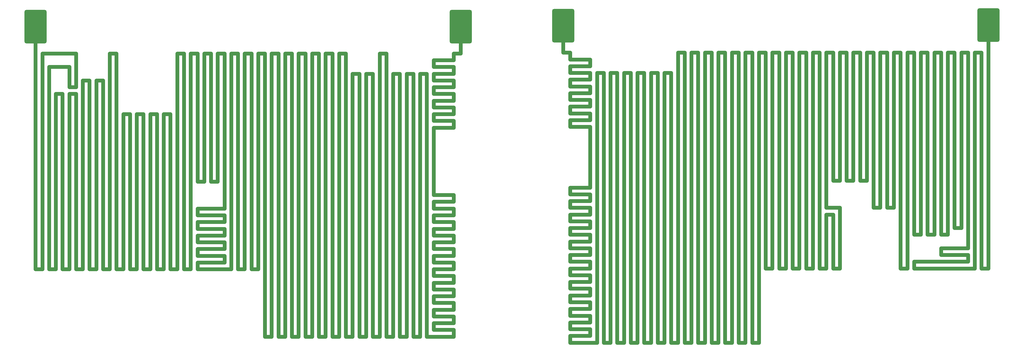
<source format=gtl>
G04 #@! TF.GenerationSoftware,KiCad,Pcbnew,(6.0.9-0)*
G04 #@! TF.CreationDate,2022-12-15T09:10:18+08:00*
G04 #@! TF.ProjectId,3.1HeatingElement,332e3148-6561-4746-996e-67456c656d65,rev?*
G04 #@! TF.SameCoordinates,Original*
G04 #@! TF.FileFunction,Copper,L1,Top*
G04 #@! TF.FilePolarity,Positive*
%FSLAX46Y46*%
G04 Gerber Fmt 4.6, Leading zero omitted, Abs format (unit mm)*
G04 Created by KiCad (PCBNEW (6.0.9-0)) date 2022-12-15 09:10:18*
%MOMM*%
%LPD*%
G01*
G04 APERTURE LIST*
G04 Aperture macros list*
%AMRoundRect*
0 Rectangle with rounded corners*
0 $1 Rounding radius*
0 $2 $3 $4 $5 $6 $7 $8 $9 X,Y pos of 4 corners*
0 Add a 4 corners polygon primitive as box body*
4,1,4,$2,$3,$4,$5,$6,$7,$8,$9,$2,$3,0*
0 Add four circle primitives for the rounded corners*
1,1,$1+$1,$2,$3*
1,1,$1+$1,$4,$5*
1,1,$1+$1,$6,$7*
1,1,$1+$1,$8,$9*
0 Add four rect primitives between the rounded corners*
20,1,$1+$1,$2,$3,$4,$5,0*
20,1,$1+$1,$4,$5,$6,$7,0*
20,1,$1+$1,$6,$7,$8,$9,0*
20,1,$1+$1,$8,$9,$2,$3,0*%
G04 Aperture macros list end*
G04 #@! TA.AperFunction,NonConductor*
%ADD10C,1.000000*%
G04 #@! TD*
G04 #@! TA.AperFunction,SMDPad,CuDef*
%ADD11RoundRect,0.600000X-2.400000X-3.900000X2.400000X-3.900000X2.400000X3.900000X-2.400000X3.900000X0*%
G04 #@! TD*
G04 APERTURE END LIST*
D10*
X38244400Y-67800000D02*
X38244400Y-118200000D01*
X133644400Y-98400000D02*
X133644400Y-100200000D01*
X88644400Y-60600000D02*
X90444400Y-60600000D01*
X170044400Y-71200000D02*
X170044400Y-69400000D01*
X164644400Y-116200000D02*
X170044400Y-116200000D01*
X133644400Y-127200000D02*
X128244400Y-127200000D01*
X206044400Y-137800000D02*
X206044400Y-60400000D01*
X164644400Y-76600000D02*
X170044400Y-76600000D01*
X188044400Y-137800000D02*
X189844400Y-137800000D01*
X135444400Y-60600000D02*
X135444400Y-53400000D01*
X133644400Y-80400000D02*
X128244400Y-80400000D01*
X126444400Y-66000000D02*
X126444400Y-136200000D01*
X65244400Y-102000000D02*
X65244400Y-103800000D01*
X128244400Y-129000000D02*
X133644400Y-129000000D01*
X247444400Y-60400000D02*
X249244400Y-60400000D01*
X50844400Y-118200000D02*
X50844400Y-76800000D01*
X49044400Y-76800000D02*
X50844400Y-76800000D01*
X189844400Y-137800000D02*
X189844400Y-65800000D01*
X63444400Y-60600000D02*
X65244400Y-60600000D01*
X170044400Y-128800000D02*
X170044400Y-127000000D01*
X43644400Y-60600000D02*
X43644400Y-118200000D01*
X79644400Y-60600000D02*
X79644400Y-118200000D01*
X110244400Y-66000000D02*
X112044400Y-66000000D01*
X128244400Y-118200000D02*
X133644400Y-118200000D01*
X164644400Y-65800000D02*
X170044400Y-65800000D01*
X65244400Y-112800000D02*
X72444400Y-112800000D01*
X70644400Y-60600000D02*
X72444400Y-60600000D01*
X25644400Y-118200000D02*
X27444400Y-118200000D01*
X170044400Y-74800000D02*
X170044400Y-73000000D01*
X164644400Y-62200000D02*
X164644400Y-60400000D01*
X258244400Y-109000000D02*
X258244400Y-60400000D01*
X213244400Y-137800000D02*
X213244400Y-60400000D01*
X249244400Y-101800000D02*
X249244400Y-60400000D01*
X31044400Y-64200000D02*
X31044400Y-69600000D01*
X202444400Y-137800000D02*
X204244400Y-137800000D01*
X272644400Y-118000000D02*
X272644400Y-60400000D01*
X173644400Y-137800000D02*
X175444400Y-137800000D01*
X229444400Y-60400000D02*
X231244400Y-60400000D01*
X164644400Y-74800000D02*
X170044400Y-74800000D01*
X65244400Y-116400000D02*
X72444400Y-116400000D01*
X128244400Y-100200000D02*
X133644400Y-100200000D01*
X29244400Y-118200000D02*
X29244400Y-71400000D01*
X164644400Y-101800000D02*
X170044400Y-101800000D01*
X164644400Y-64000000D02*
X170044400Y-64000000D01*
X274444400Y-118000000D02*
X274444400Y-60400000D01*
X128244400Y-62400000D02*
X133644400Y-62400000D01*
X234844400Y-94600000D02*
X234844400Y-60400000D01*
X170044400Y-136000000D02*
X170044400Y-134200000D01*
X170044400Y-103600000D02*
X170044400Y-101800000D01*
X170044400Y-110800000D02*
X170044400Y-109000000D01*
X188044400Y-65800000D02*
X186244400Y-65800000D01*
X95844400Y-60600000D02*
X97644400Y-60600000D01*
X52644400Y-76800000D02*
X54444400Y-76800000D01*
X128244400Y-75000000D02*
X128244400Y-73200000D01*
X164644400Y-118000000D02*
X170044400Y-118000000D01*
X164644400Y-119800000D02*
X170044400Y-119800000D01*
X164644400Y-107200000D02*
X170044400Y-107200000D01*
X133644400Y-75000000D02*
X128244400Y-75000000D01*
X225844400Y-118000000D02*
X225844400Y-60400000D01*
X133644400Y-116400000D02*
X133644400Y-118200000D01*
X245644400Y-101800000D02*
X245644400Y-60400000D01*
X164644400Y-128800000D02*
X170044400Y-128800000D01*
X128244400Y-120000000D02*
X133644400Y-120000000D01*
X128244400Y-123600000D02*
X128244400Y-121800000D01*
X133644400Y-102000000D02*
X128244400Y-102000000D01*
X36444400Y-118200000D02*
X38244400Y-118200000D01*
X177244400Y-137800000D02*
X177244400Y-65800000D01*
X247444400Y-101800000D02*
X247444400Y-60400000D01*
X164644400Y-98200000D02*
X170044400Y-98200000D01*
X122844400Y-136200000D02*
X124644400Y-136200000D01*
X195244400Y-60400000D02*
X193444400Y-60400000D01*
X218644400Y-118000000D02*
X218644400Y-60400000D01*
X276244400Y-118000000D02*
X276244400Y-53000000D01*
X133644400Y-105600000D02*
X133644400Y-107400000D01*
X164644400Y-65800000D02*
X164644400Y-64000000D01*
X233044400Y-103600000D02*
X234844400Y-103600000D01*
X133644400Y-71400000D02*
X128244400Y-71400000D01*
X182644400Y-137800000D02*
X182644400Y-65800000D01*
X65244400Y-109200000D02*
X65244400Y-111000000D01*
X220444400Y-118000000D02*
X220444400Y-60400000D01*
X198844400Y-137800000D02*
X200644400Y-137800000D01*
X54444400Y-118200000D02*
X56244400Y-118200000D01*
X170044400Y-64000000D02*
X170044400Y-62200000D01*
X128244400Y-78600000D02*
X128244400Y-76800000D01*
X164644400Y-130600000D02*
X170044400Y-130600000D01*
X263644400Y-109000000D02*
X265444400Y-109000000D01*
X113844400Y-60600000D02*
X113844400Y-136200000D01*
X198844400Y-137800000D02*
X198844400Y-60400000D01*
X164644400Y-100000000D02*
X170044400Y-100000000D01*
X133644400Y-112800000D02*
X133644400Y-114600000D01*
X133644400Y-98400000D02*
X128244400Y-98400000D01*
X270844400Y-112600000D02*
X270844400Y-60400000D01*
X133644400Y-67800000D02*
X133644400Y-69600000D01*
X101244400Y-136200000D02*
X103044400Y-136200000D01*
X128244400Y-66000000D02*
X133644400Y-66000000D01*
X128244400Y-107400000D02*
X133644400Y-107400000D01*
X133644400Y-109200000D02*
X128244400Y-109200000D01*
X27444400Y-118200000D02*
X27444400Y-71400000D01*
X34644400Y-67800000D02*
X34644400Y-118200000D01*
X164644400Y-80200000D02*
X170044400Y-80200000D01*
X50844400Y-118200000D02*
X52644400Y-118200000D01*
X49044400Y-118200000D02*
X49044400Y-76800000D01*
X121044400Y-66000000D02*
X121044400Y-136200000D01*
X32844400Y-71400000D02*
X31044400Y-71400000D01*
X224044400Y-60400000D02*
X222244400Y-60400000D01*
X270844400Y-114400000D02*
X270844400Y-116200000D01*
X106644400Y-66000000D02*
X106644400Y-136200000D01*
X119244400Y-136200000D02*
X121044400Y-136200000D01*
X133644400Y-112800000D02*
X128244400Y-112800000D01*
X170044400Y-125200000D02*
X170044400Y-123400000D01*
X164644400Y-103600000D02*
X170044400Y-103600000D01*
X86844400Y-136200000D02*
X88644400Y-136200000D01*
X97644400Y-136200000D02*
X99444400Y-136200000D01*
X261844400Y-109000000D02*
X261844400Y-60400000D01*
X180844400Y-65800000D02*
X179044400Y-65800000D01*
X59844400Y-118200000D02*
X59844400Y-60600000D01*
X110244400Y-66000000D02*
X110244400Y-136200000D01*
X72444400Y-103800000D02*
X72444400Y-105600000D01*
X211444400Y-137800000D02*
X211444400Y-60400000D01*
X128244400Y-127200000D02*
X128244400Y-125400000D01*
X164644400Y-67600000D02*
X170044400Y-67600000D01*
X54444400Y-118200000D02*
X54444400Y-76800000D01*
X88644400Y-60600000D02*
X88644400Y-136200000D01*
X22044400Y-118200000D02*
X23844400Y-118200000D01*
X72444400Y-111000000D02*
X72444400Y-112800000D01*
X65244400Y-102000000D02*
X72444400Y-102000000D01*
X115644400Y-60600000D02*
X115644400Y-136200000D01*
X128244400Y-102000000D02*
X128244400Y-100200000D01*
X164644400Y-134200000D02*
X164644400Y-132400000D01*
X164644400Y-119800000D02*
X164644400Y-118000000D01*
X249244400Y-101800000D02*
X251044400Y-101800000D01*
X81444400Y-60600000D02*
X83244400Y-60600000D01*
X65244400Y-112800000D02*
X65244400Y-114600000D01*
X164644400Y-110800000D02*
X170044400Y-110800000D01*
X117444400Y-66000000D02*
X117444400Y-136200000D01*
X67044400Y-94800000D02*
X67044400Y-60600000D01*
X65244400Y-107400000D02*
X72444400Y-107400000D01*
X179044400Y-137800000D02*
X179044400Y-65800000D01*
X238444400Y-94600000D02*
X238444400Y-60400000D01*
X164644400Y-116200000D02*
X164644400Y-114400000D01*
X236644400Y-60400000D02*
X238444400Y-60400000D01*
X47244400Y-118200000D02*
X49044400Y-118200000D01*
X113844400Y-60600000D02*
X115644400Y-60600000D01*
X29244400Y-118200000D02*
X31044400Y-118200000D01*
X177244400Y-137800000D02*
X179044400Y-137800000D01*
X32844400Y-69600000D02*
X32844400Y-60600000D01*
X164644400Y-96400000D02*
X170044400Y-96400000D01*
X234844400Y-118000000D02*
X236644400Y-118000000D01*
X65244400Y-94800000D02*
X65244400Y-60600000D01*
X128244400Y-112800000D02*
X128244400Y-111000000D01*
X256444400Y-118000000D02*
X272644400Y-118000000D01*
X224044400Y-118000000D02*
X224044400Y-60400000D01*
X254644400Y-60400000D02*
X256444400Y-60400000D01*
X99444400Y-60600000D02*
X101244400Y-60600000D01*
X72444400Y-102000000D02*
X72444400Y-60600000D01*
X76044400Y-118200000D02*
X77844400Y-118200000D01*
X236644400Y-118000000D02*
X236644400Y-101800000D01*
X191644400Y-65800000D02*
X189844400Y-65800000D01*
X32844400Y-118200000D02*
X32844400Y-71400000D01*
X193444400Y-137800000D02*
X193444400Y-60400000D01*
X122844400Y-66000000D02*
X122844400Y-136200000D01*
X65244400Y-114600000D02*
X72444400Y-114600000D01*
X22044400Y-118200000D02*
X22044400Y-53400000D01*
X188044400Y-137800000D02*
X188044400Y-65800000D01*
X162844400Y-53200000D02*
X162844400Y-60400000D01*
X191644400Y-137800000D02*
X193444400Y-137800000D01*
X164644400Y-73000000D02*
X164644400Y-71200000D01*
X128244400Y-125400000D02*
X133644400Y-125400000D01*
X238444400Y-94600000D02*
X240244400Y-94600000D01*
X164644400Y-121600000D02*
X170044400Y-121600000D01*
X216844400Y-60400000D02*
X215044400Y-60400000D01*
X164644400Y-69400000D02*
X170044400Y-69400000D01*
X133644400Y-130800000D02*
X128244400Y-130800000D01*
X128244400Y-69600000D02*
X133644400Y-69600000D01*
X97644400Y-60600000D02*
X97644400Y-136200000D01*
X234844400Y-94600000D02*
X236644400Y-94600000D01*
X104844400Y-136200000D02*
X106644400Y-136200000D01*
X128244400Y-132600000D02*
X133644400Y-132600000D01*
X45444400Y-76800000D02*
X47244400Y-76800000D01*
X170044400Y-114400000D02*
X170044400Y-112600000D01*
X67044400Y-60600000D02*
X68844400Y-60600000D01*
X47244400Y-118200000D02*
X47244400Y-76800000D01*
X70644400Y-94800000D02*
X70644400Y-60600000D01*
X36444400Y-118200000D02*
X36444400Y-67800000D01*
X216844400Y-118000000D02*
X216844400Y-60400000D01*
X164644400Y-136000000D02*
X170044400Y-136000000D01*
X133644400Y-60600000D02*
X133644400Y-62400000D01*
X133644400Y-109200000D02*
X133644400Y-111000000D01*
X103044400Y-60600000D02*
X103044400Y-136200000D01*
X170044400Y-80200000D02*
X170044400Y-96400000D01*
X164644400Y-132400000D02*
X170044400Y-132400000D01*
X206044400Y-60400000D02*
X204244400Y-60400000D01*
X68844400Y-94800000D02*
X70644400Y-94800000D01*
X198844400Y-60400000D02*
X197044400Y-60400000D01*
X263644400Y-109000000D02*
X263644400Y-60400000D01*
X86844400Y-60600000D02*
X86844400Y-136200000D01*
X31044400Y-64200000D02*
X25644400Y-64200000D01*
X164644400Y-109000000D02*
X170044400Y-109000000D01*
X242044400Y-94600000D02*
X243844400Y-94600000D01*
X103044400Y-60600000D02*
X104844400Y-60600000D01*
X115644400Y-136200000D02*
X117444400Y-136200000D01*
X72444400Y-107400000D02*
X72444400Y-109200000D01*
X184444400Y-65800000D02*
X182644400Y-65800000D01*
X56244400Y-118200000D02*
X56244400Y-76800000D01*
X209644400Y-137800000D02*
X209644400Y-60400000D01*
X133644400Y-116400000D02*
X128244400Y-116400000D01*
X191644400Y-137800000D02*
X191644400Y-65800000D01*
X133644400Y-78600000D02*
X128244400Y-78600000D01*
X23844400Y-118200000D02*
X23844400Y-60600000D01*
X56244400Y-76800000D02*
X58044400Y-76800000D01*
X65244400Y-118200000D02*
X74244400Y-118200000D01*
X61644400Y-118200000D02*
X63444400Y-118200000D01*
X65244400Y-105600000D02*
X65244400Y-107400000D01*
X128244400Y-73200000D02*
X133644400Y-73200000D01*
X117444400Y-66000000D02*
X119244400Y-66000000D01*
X263644400Y-114400000D02*
X270844400Y-114400000D01*
X92244400Y-60600000D02*
X94044400Y-60600000D01*
X254644400Y-118000000D02*
X254644400Y-60400000D01*
X133644400Y-75000000D02*
X133644400Y-76800000D01*
X164644400Y-73000000D02*
X170044400Y-73000000D01*
X170044400Y-132400000D02*
X170044400Y-130600000D01*
X164644400Y-134200000D02*
X170044400Y-134200000D01*
X63444400Y-118200000D02*
X63444400Y-60600000D01*
X92244400Y-60600000D02*
X92244400Y-136200000D01*
X68844400Y-94800000D02*
X68844400Y-60600000D01*
X121044400Y-66000000D02*
X122844400Y-66000000D01*
X260044400Y-109000000D02*
X261844400Y-109000000D01*
X119244400Y-66000000D02*
X119244400Y-136200000D01*
X202444400Y-60400000D02*
X200644400Y-60400000D01*
X184444400Y-137800000D02*
X186244400Y-137800000D01*
X184444400Y-137800000D02*
X184444400Y-65800000D01*
X99444400Y-60600000D02*
X99444400Y-136200000D01*
X164644400Y-69400000D02*
X164644400Y-67600000D01*
X36444400Y-67800000D02*
X34644400Y-67800000D01*
X128244400Y-64200000D02*
X128244400Y-62400000D01*
X252844400Y-118000000D02*
X252844400Y-60400000D01*
X164644400Y-62200000D02*
X170044400Y-62200000D01*
X128244400Y-109200000D02*
X128244400Y-107400000D01*
X263644400Y-112600000D02*
X263644400Y-114400000D01*
X243844400Y-60400000D02*
X245644400Y-60400000D01*
X133644400Y-134400000D02*
X128244400Y-134400000D01*
X245644400Y-101800000D02*
X247444400Y-101800000D01*
X23844400Y-60600000D02*
X32844400Y-60600000D01*
X133644400Y-130800000D02*
X133644400Y-132600000D01*
X216844400Y-118000000D02*
X218644400Y-118000000D01*
X81444400Y-60600000D02*
X81444400Y-118200000D01*
X227644400Y-118000000D02*
X229444400Y-118000000D01*
X128244400Y-121800000D02*
X133644400Y-121800000D01*
X108444400Y-136200000D02*
X110244400Y-136200000D01*
X77844400Y-60600000D02*
X77844400Y-118200000D01*
X164644400Y-105400000D02*
X170044400Y-105400000D01*
X32844400Y-118200000D02*
X34644400Y-118200000D01*
X90444400Y-136200000D02*
X92244400Y-136200000D01*
X128244400Y-67800000D02*
X128244400Y-66000000D01*
X258244400Y-60400000D02*
X260044400Y-60400000D01*
X65244400Y-103800000D02*
X72444400Y-103800000D01*
X128244400Y-130800000D02*
X128244400Y-129000000D01*
X164644400Y-80200000D02*
X164644400Y-78400000D01*
X61644400Y-118200000D02*
X61644400Y-60600000D01*
X164644400Y-123400000D02*
X170044400Y-123400000D01*
X133644400Y-80400000D02*
X133644400Y-78600000D01*
X197044400Y-137800000D02*
X197044400Y-60400000D01*
X40044400Y-67800000D02*
X38244400Y-67800000D01*
X164644400Y-105400000D02*
X164644400Y-103600000D01*
X128244400Y-114600000D02*
X133644400Y-114600000D01*
X90444400Y-60600000D02*
X90444400Y-136200000D01*
X276244400Y-118000000D02*
X274444400Y-118000000D01*
X133644400Y-71400000D02*
X133644400Y-73200000D01*
X200644400Y-137800000D02*
X200644400Y-60400000D01*
X133644400Y-136200000D02*
X133644400Y-134400000D01*
X106644400Y-66000000D02*
X108444400Y-66000000D01*
X52644400Y-118200000D02*
X52644400Y-76800000D01*
X231244400Y-118000000D02*
X231244400Y-60400000D01*
X128244400Y-103800000D02*
X133644400Y-103800000D01*
X128244400Y-98400000D02*
X128244400Y-80400000D01*
X133644400Y-123600000D02*
X133644400Y-125400000D01*
X59844400Y-60600000D02*
X61644400Y-60600000D01*
X180844400Y-137800000D02*
X182644400Y-137800000D01*
X263644400Y-112600000D02*
X270844400Y-112600000D01*
X270844400Y-60400000D02*
X269044400Y-60400000D01*
X65244400Y-105600000D02*
X72444400Y-105600000D01*
X180844400Y-137800000D02*
X180844400Y-65800000D01*
X29244400Y-71400000D02*
X27444400Y-71400000D01*
X170044400Y-107200000D02*
X170044400Y-105400000D01*
X220444400Y-118000000D02*
X222244400Y-118000000D01*
X164644400Y-125200000D02*
X170044400Y-125200000D01*
X164644400Y-127000000D02*
X164644400Y-125200000D01*
X265444400Y-109000000D02*
X265444400Y-60400000D01*
X58044400Y-118200000D02*
X59844400Y-118200000D01*
X209644400Y-137800000D02*
X211444400Y-137800000D01*
X236644400Y-94600000D02*
X236644400Y-60400000D01*
X164644400Y-112600000D02*
X164644400Y-110800000D01*
X31044400Y-71400000D02*
X31044400Y-118200000D01*
X133644400Y-64200000D02*
X133644400Y-66000000D01*
X124644400Y-66000000D02*
X126444400Y-66000000D01*
X233044400Y-118000000D02*
X233044400Y-103600000D01*
X274444400Y-60400000D02*
X272644400Y-60400000D01*
X83244400Y-60600000D02*
X83244400Y-136200000D01*
X65244400Y-94800000D02*
X67044400Y-94800000D01*
X240244400Y-94600000D02*
X240244400Y-60400000D01*
X164644400Y-114400000D02*
X170044400Y-114400000D01*
X206044400Y-137800000D02*
X207844400Y-137800000D01*
X101244400Y-60600000D02*
X101244400Y-136200000D01*
X133644400Y-105600000D02*
X128244400Y-105600000D01*
X260044400Y-109000000D02*
X260044400Y-60400000D01*
X25644400Y-118200000D02*
X25644400Y-64200000D01*
X170044400Y-78400000D02*
X170044400Y-76600000D01*
X164644400Y-60400000D02*
X162844400Y-60400000D01*
X267244400Y-107200000D02*
X269044400Y-107200000D01*
X133644400Y-102000000D02*
X133644400Y-103800000D01*
X164644400Y-101800000D02*
X164644400Y-100000000D01*
X224044400Y-118000000D02*
X225844400Y-118000000D01*
X108444400Y-66000000D02*
X108444400Y-136200000D01*
X40044400Y-118200000D02*
X41844400Y-118200000D01*
X267244400Y-107200000D02*
X267244400Y-60400000D01*
X231244400Y-118000000D02*
X233044400Y-118000000D01*
X45444400Y-118200000D02*
X45444400Y-76800000D01*
X133644400Y-60600000D02*
X135444400Y-60600000D01*
X128244400Y-111000000D02*
X133644400Y-111000000D01*
X170044400Y-118000000D02*
X170044400Y-116200000D01*
X133644400Y-67800000D02*
X128244400Y-67800000D01*
X204244400Y-137800000D02*
X204244400Y-60400000D01*
X77844400Y-60600000D02*
X79644400Y-60600000D01*
X65244400Y-111000000D02*
X72444400Y-111000000D01*
X265444400Y-60400000D02*
X267244400Y-60400000D01*
X79644400Y-118200000D02*
X81444400Y-118200000D01*
X173644400Y-65800000D02*
X171844400Y-65800000D01*
X195244400Y-137800000D02*
X197044400Y-137800000D01*
X112044400Y-66000000D02*
X112044400Y-136200000D01*
X233044400Y-101800000D02*
X233044400Y-60400000D01*
X85044400Y-60600000D02*
X85044400Y-136200000D01*
X83244400Y-136200000D02*
X85044400Y-136200000D01*
X234844400Y-118000000D02*
X234844400Y-103600000D01*
X72444400Y-114600000D02*
X72444400Y-116400000D01*
X164644400Y-130600000D02*
X164644400Y-128800000D01*
X128244400Y-116400000D02*
X128244400Y-114600000D01*
X251044400Y-60400000D02*
X252844400Y-60400000D01*
X186244400Y-137800000D02*
X186244400Y-65800000D01*
X40044400Y-118200000D02*
X40044400Y-67800000D01*
X256444400Y-116200000D02*
X270844400Y-116200000D01*
X213244400Y-60400000D02*
X211444400Y-60400000D01*
X128244400Y-71400000D02*
X128244400Y-69600000D01*
X220444400Y-60400000D02*
X218644400Y-60400000D01*
X240244400Y-60400000D02*
X242044400Y-60400000D01*
X85044400Y-60600000D02*
X86844400Y-60600000D01*
X74244400Y-60600000D02*
X76044400Y-60600000D01*
X164644400Y-98200000D02*
X164644400Y-96400000D01*
X207844400Y-137800000D02*
X207844400Y-60400000D01*
X164644400Y-112600000D02*
X170044400Y-112600000D01*
X133644400Y-127200000D02*
X133644400Y-129000000D01*
X229444400Y-118000000D02*
X229444400Y-60400000D01*
X41844400Y-60600000D02*
X41844400Y-118200000D01*
X164644400Y-71200000D02*
X170044400Y-71200000D01*
X94044400Y-60600000D02*
X94044400Y-136200000D01*
X76044400Y-60600000D02*
X76044400Y-118200000D01*
X164644400Y-127000000D02*
X170044400Y-127000000D01*
X133644400Y-123600000D02*
X128244400Y-123600000D01*
X128244400Y-118200000D02*
X128244400Y-120000000D01*
X202444400Y-137800000D02*
X202444400Y-60400000D01*
X243844400Y-94600000D02*
X243844400Y-60400000D01*
X74244400Y-60600000D02*
X74244400Y-118200000D01*
X128244400Y-76800000D02*
X133644400Y-76800000D01*
X233044400Y-60400000D02*
X234844400Y-60400000D01*
X128244400Y-134400000D02*
X128244400Y-132600000D01*
X251044400Y-101800000D02*
X251044400Y-60400000D01*
X43644400Y-60600000D02*
X41844400Y-60600000D01*
X133644400Y-64200000D02*
X128244400Y-64200000D01*
X128244400Y-105600000D02*
X128244400Y-103800000D01*
X112044400Y-136200000D02*
X113844400Y-136200000D01*
X213244400Y-137800000D02*
X215044400Y-137800000D01*
X65244400Y-109200000D02*
X72444400Y-109200000D01*
X171844400Y-137800000D02*
X171844400Y-65800000D01*
X177244400Y-65800000D02*
X175444400Y-65800000D01*
X233044400Y-101800000D02*
X236644400Y-101800000D01*
X170044400Y-121600000D02*
X170044400Y-119800000D01*
X256444400Y-116200000D02*
X256444400Y-118000000D01*
X261844400Y-60400000D02*
X263644400Y-60400000D01*
X31044400Y-69600000D02*
X32844400Y-69600000D01*
X94044400Y-136200000D02*
X95844400Y-136200000D01*
X126444400Y-136200000D02*
X133644400Y-136200000D01*
X269044400Y-107200000D02*
X269044400Y-60400000D01*
X252844400Y-118000000D02*
X254644400Y-118000000D01*
X222244400Y-118000000D02*
X222244400Y-60400000D01*
X170044400Y-100000000D02*
X170044400Y-98200000D01*
X242044400Y-94600000D02*
X242044400Y-60400000D01*
X164644400Y-137800000D02*
X164644400Y-136000000D01*
X256444400Y-109000000D02*
X256444400Y-60400000D01*
X227644400Y-118000000D02*
X227644400Y-60400000D01*
X124644400Y-66000000D02*
X124644400Y-136200000D01*
X256444400Y-109000000D02*
X258244400Y-109000000D01*
X164644400Y-137800000D02*
X171844400Y-137800000D01*
X173644400Y-137800000D02*
X173644400Y-65800000D01*
X227644400Y-60400000D02*
X225844400Y-60400000D01*
X43644400Y-118200000D02*
X45444400Y-118200000D01*
X65244400Y-116400000D02*
X65244400Y-118200000D01*
X58044400Y-118200000D02*
X58044400Y-76800000D01*
X164644400Y-123400000D02*
X164644400Y-121600000D01*
X170044400Y-67600000D02*
X170044400Y-65800000D01*
X209644400Y-60400000D02*
X207844400Y-60400000D01*
X164644400Y-78400000D02*
X170044400Y-78400000D01*
X195244400Y-137800000D02*
X195244400Y-60400000D01*
X215044400Y-137800000D02*
X215044400Y-60400000D01*
X164644400Y-76600000D02*
X164644400Y-74800000D01*
X95844400Y-60600000D02*
X95844400Y-136200000D01*
X164644400Y-109000000D02*
X164644400Y-107200000D01*
X133644400Y-120000000D02*
X133644400Y-121800000D01*
X175444400Y-137800000D02*
X175444400Y-65800000D01*
X104844400Y-60600000D02*
X104844400Y-136200000D01*
D11*
X135444400Y-53400000D03*
X276244400Y-53000000D03*
X162844400Y-53200000D03*
X22044400Y-53400000D03*
M02*

</source>
